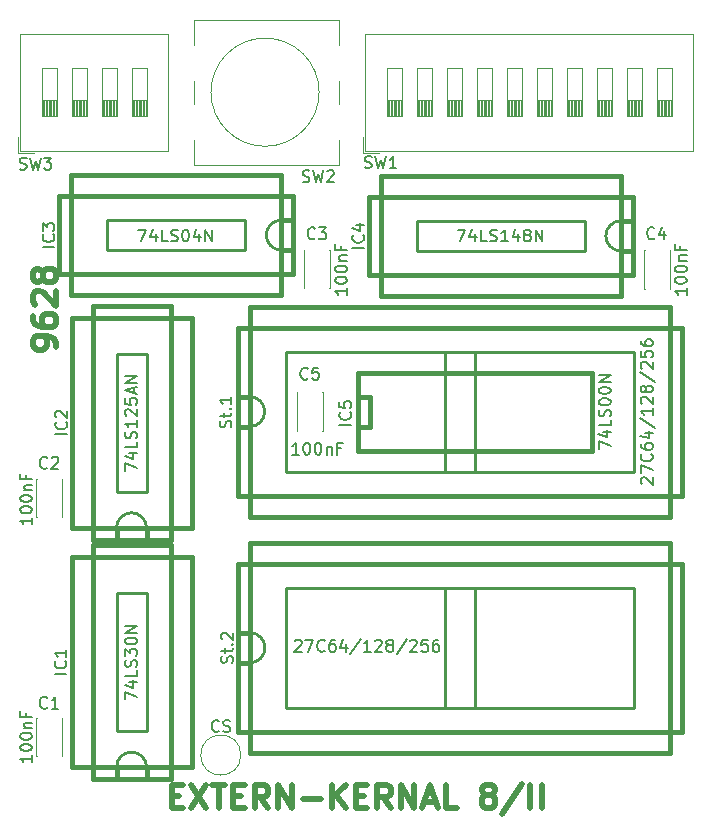
<source format=gto>
G04 #@! TF.GenerationSoftware,KiCad,Pcbnew,(5.0.0-3-g5ebb6b6)*
G04 #@! TF.CreationDate,2019-03-28T16:48:28+01:00*
G04 #@! TF.ProjectId,REX 9628 Extern-Kernel II-8,52455820393632382045787465726E2D,1.01*
G04 #@! TF.SameCoordinates,Original*
G04 #@! TF.FileFunction,Legend,Top*
G04 #@! TF.FilePolarity,Positive*
%FSLAX46Y46*%
G04 Gerber Fmt 4.6, Leading zero omitted, Abs format (unit mm)*
G04 Created by KiCad (PCBNEW (5.0.0-3-g5ebb6b6)) date Thursday, 28. March 2019 um 16:48:28*
%MOMM*%
%LPD*%
G01*
G04 APERTURE LIST*
%ADD10C,0.500000*%
%ADD11C,0.120000*%
%ADD12C,0.381000*%
%ADD13C,0.254000*%
%ADD14C,0.150000*%
G04 APERTURE END LIST*
D10*
X131653333Y-118729142D02*
X132320000Y-118729142D01*
X132605714Y-119776761D02*
X131653333Y-119776761D01*
X131653333Y-117776761D01*
X132605714Y-117776761D01*
X133272380Y-117776761D02*
X134605714Y-119776761D01*
X134605714Y-117776761D02*
X133272380Y-119776761D01*
X135081904Y-117776761D02*
X136224761Y-117776761D01*
X135653333Y-119776761D02*
X135653333Y-117776761D01*
X136891428Y-118729142D02*
X137558095Y-118729142D01*
X137843809Y-119776761D02*
X136891428Y-119776761D01*
X136891428Y-117776761D01*
X137843809Y-117776761D01*
X139843809Y-119776761D02*
X139177142Y-118824380D01*
X138700952Y-119776761D02*
X138700952Y-117776761D01*
X139462857Y-117776761D01*
X139653333Y-117872000D01*
X139748571Y-117967238D01*
X139843809Y-118157714D01*
X139843809Y-118443428D01*
X139748571Y-118633904D01*
X139653333Y-118729142D01*
X139462857Y-118824380D01*
X138700952Y-118824380D01*
X140700952Y-119776761D02*
X140700952Y-117776761D01*
X141843809Y-119776761D01*
X141843809Y-117776761D01*
X142796190Y-119014857D02*
X144320000Y-119014857D01*
X145272380Y-119776761D02*
X145272380Y-117776761D01*
X146415238Y-119776761D02*
X145558095Y-118633904D01*
X146415238Y-117776761D02*
X145272380Y-118919619D01*
X147272380Y-118729142D02*
X147939047Y-118729142D01*
X148224761Y-119776761D02*
X147272380Y-119776761D01*
X147272380Y-117776761D01*
X148224761Y-117776761D01*
X150224761Y-119776761D02*
X149558095Y-118824380D01*
X149081904Y-119776761D02*
X149081904Y-117776761D01*
X149843809Y-117776761D01*
X150034285Y-117872000D01*
X150129523Y-117967238D01*
X150224761Y-118157714D01*
X150224761Y-118443428D01*
X150129523Y-118633904D01*
X150034285Y-118729142D01*
X149843809Y-118824380D01*
X149081904Y-118824380D01*
X151081904Y-119776761D02*
X151081904Y-117776761D01*
X152224761Y-119776761D01*
X152224761Y-117776761D01*
X153081904Y-119205333D02*
X154034285Y-119205333D01*
X152891428Y-119776761D02*
X153558095Y-117776761D01*
X154224761Y-119776761D01*
X155843809Y-119776761D02*
X154891428Y-119776761D01*
X154891428Y-117776761D01*
X158320000Y-118633904D02*
X158129523Y-118538666D01*
X158034285Y-118443428D01*
X157939047Y-118252952D01*
X157939047Y-118157714D01*
X158034285Y-117967238D01*
X158129523Y-117872000D01*
X158320000Y-117776761D01*
X158700952Y-117776761D01*
X158891428Y-117872000D01*
X158986666Y-117967238D01*
X159081904Y-118157714D01*
X159081904Y-118252952D01*
X158986666Y-118443428D01*
X158891428Y-118538666D01*
X158700952Y-118633904D01*
X158320000Y-118633904D01*
X158129523Y-118729142D01*
X158034285Y-118824380D01*
X157939047Y-119014857D01*
X157939047Y-119395809D01*
X158034285Y-119586285D01*
X158129523Y-119681523D01*
X158320000Y-119776761D01*
X158700952Y-119776761D01*
X158891428Y-119681523D01*
X158986666Y-119586285D01*
X159081904Y-119395809D01*
X159081904Y-119014857D01*
X158986666Y-118824380D01*
X158891428Y-118729142D01*
X158700952Y-118633904D01*
X161367619Y-117681523D02*
X159653333Y-120252952D01*
X162034285Y-119776761D02*
X162034285Y-117776761D01*
X162986666Y-119776761D02*
X162986666Y-117776761D01*
X121884961Y-80733495D02*
X121884961Y-80352542D01*
X121789723Y-80162066D01*
X121694485Y-80066828D01*
X121408771Y-79876352D01*
X121027819Y-79781114D01*
X120265914Y-79781114D01*
X120075438Y-79876352D01*
X119980200Y-79971590D01*
X119884961Y-80162066D01*
X119884961Y-80543019D01*
X119980200Y-80733495D01*
X120075438Y-80828733D01*
X120265914Y-80923971D01*
X120742104Y-80923971D01*
X120932580Y-80828733D01*
X121027819Y-80733495D01*
X121123057Y-80543019D01*
X121123057Y-80162066D01*
X121027819Y-79971590D01*
X120932580Y-79876352D01*
X120742104Y-79781114D01*
X119884961Y-78066828D02*
X119884961Y-78447780D01*
X119980200Y-78638257D01*
X120075438Y-78733495D01*
X120361152Y-78923971D01*
X120742104Y-79019209D01*
X121504009Y-79019209D01*
X121694485Y-78923971D01*
X121789723Y-78828733D01*
X121884961Y-78638257D01*
X121884961Y-78257304D01*
X121789723Y-78066828D01*
X121694485Y-77971590D01*
X121504009Y-77876352D01*
X121027819Y-77876352D01*
X120837342Y-77971590D01*
X120742104Y-78066828D01*
X120646866Y-78257304D01*
X120646866Y-78638257D01*
X120742104Y-78828733D01*
X120837342Y-78923971D01*
X121027819Y-79019209D01*
X120075438Y-77114447D02*
X119980200Y-77019209D01*
X119884961Y-76828733D01*
X119884961Y-76352542D01*
X119980200Y-76162066D01*
X120075438Y-76066828D01*
X120265914Y-75971590D01*
X120456390Y-75971590D01*
X120742104Y-76066828D01*
X121884961Y-77209685D01*
X121884961Y-75971590D01*
X120742104Y-74828733D02*
X120646866Y-75019209D01*
X120551628Y-75114447D01*
X120361152Y-75209685D01*
X120265914Y-75209685D01*
X120075438Y-75114447D01*
X119980200Y-75019209D01*
X119884961Y-74828733D01*
X119884961Y-74447780D01*
X119980200Y-74257304D01*
X120075438Y-74162066D01*
X120265914Y-74066828D01*
X120361152Y-74066828D01*
X120551628Y-74162066D01*
X120646866Y-74257304D01*
X120742104Y-74447780D01*
X120742104Y-74828733D01*
X120837342Y-75019209D01*
X120932580Y-75114447D01*
X121123057Y-75209685D01*
X121504009Y-75209685D01*
X121694485Y-75114447D01*
X121789723Y-75019209D01*
X121884961Y-74828733D01*
X121884961Y-74447780D01*
X121789723Y-74257304D01*
X121694485Y-74162066D01*
X121504009Y-74066828D01*
X121123057Y-74066828D01*
X120932580Y-74162066D01*
X120837342Y-74257304D01*
X120742104Y-74447780D01*
D11*
G04 #@! TO.C,C1*
X122340000Y-112128000D02*
X122405000Y-112128000D01*
X120165000Y-112128000D02*
X120230000Y-112128000D01*
X122340000Y-115368000D02*
X122405000Y-115368000D01*
X120165000Y-115368000D02*
X120230000Y-115368000D01*
X122405000Y-115368000D02*
X122405000Y-112128000D01*
X120165000Y-115368000D02*
X120165000Y-112128000D01*
G04 #@! TO.C,C2*
X120165000Y-95112000D02*
X120165000Y-91872000D01*
X122405000Y-95112000D02*
X122405000Y-91872000D01*
X120165000Y-95112000D02*
X120230000Y-95112000D01*
X122340000Y-95112000D02*
X122405000Y-95112000D01*
X120165000Y-91872000D02*
X120230000Y-91872000D01*
X122340000Y-91872000D02*
X122405000Y-91872000D01*
G04 #@! TO.C,C3*
X145022000Y-72504500D02*
X145087000Y-72504500D01*
X142847000Y-72504500D02*
X142912000Y-72504500D01*
X145022000Y-75744500D02*
X145087000Y-75744500D01*
X142847000Y-75744500D02*
X142912000Y-75744500D01*
X145087000Y-75744500D02*
X145087000Y-72504500D01*
X142847000Y-75744500D02*
X142847000Y-72504500D01*
G04 #@! TO.C,C4*
X171651000Y-75757200D02*
X171651000Y-72517200D01*
X173891000Y-75757200D02*
X173891000Y-72517200D01*
X171651000Y-75757200D02*
X171716000Y-75757200D01*
X173826000Y-75757200D02*
X173891000Y-75757200D01*
X171651000Y-72517200D02*
X171716000Y-72517200D01*
X173826000Y-72517200D02*
X173891000Y-72517200D01*
G04 #@! TO.C,C5*
X144478000Y-84542200D02*
X144478000Y-87782200D01*
X142238000Y-84542200D02*
X142238000Y-87782200D01*
X144478000Y-84542200D02*
X144413000Y-84542200D01*
X142303000Y-84542200D02*
X142238000Y-84542200D01*
X144478000Y-87782200D02*
X144413000Y-87782200D01*
X142303000Y-87782200D02*
X142238000Y-87782200D01*
D12*
G04 #@! TO.C,IC1*
X131572000Y-117284000D02*
X124968000Y-117284000D01*
X124968000Y-97472000D02*
X131572000Y-97472000D01*
X133350000Y-116268000D02*
X123190000Y-116268000D01*
X123190000Y-98488000D02*
X133350000Y-98488000D01*
D13*
X129540000Y-101536000D02*
X127000000Y-101536000D01*
X127000000Y-113220000D02*
X129540000Y-113220000D01*
D12*
X127000000Y-116268000D02*
X127000000Y-117284000D01*
X129540000Y-116268000D02*
X129540000Y-117284000D01*
D13*
X129540000Y-116268000D02*
G75*
G03X128270000Y-114998000I-1270000J0D01*
G01*
X128270000Y-114998000D02*
G75*
G03X127000000Y-116268000I0J-1270000D01*
G01*
X127000000Y-113220000D02*
X127000000Y-101536000D01*
X129540000Y-101536000D02*
X129540000Y-113220000D01*
D12*
X124968000Y-117284000D02*
X124968000Y-97472000D01*
X131572000Y-97472000D02*
X131572000Y-117284000D01*
X133350000Y-116268000D02*
X133350000Y-98488000D01*
X123190000Y-98488000D02*
X123190000Y-116268000D01*
G04 #@! TO.C,IC2*
X123190000Y-78232000D02*
X123190000Y-96012000D01*
X133350000Y-96012000D02*
X133350000Y-78232000D01*
X131572000Y-77216000D02*
X131572000Y-97028000D01*
X124968000Y-97028000D02*
X124968000Y-77216000D01*
D13*
X129540000Y-81280000D02*
X129540000Y-92964000D01*
X127000000Y-92964000D02*
X127000000Y-81280000D01*
X128270000Y-94742000D02*
G75*
G03X127000000Y-96012000I0J-1270000D01*
G01*
X129540000Y-96012000D02*
G75*
G03X128270000Y-94742000I-1270000J0D01*
G01*
D12*
X129540000Y-96012000D02*
X129540000Y-97028000D01*
X127000000Y-96012000D02*
X127000000Y-97028000D01*
D13*
X127000000Y-92964000D02*
X129540000Y-92964000D01*
X129540000Y-81280000D02*
X127000000Y-81280000D01*
D12*
X123190000Y-78232000D02*
X133350000Y-78232000D01*
X133350000Y-96012000D02*
X123190000Y-96012000D01*
X124968000Y-77216000D02*
X131572000Y-77216000D01*
X131572000Y-97028000D02*
X124968000Y-97028000D01*
G04 #@! TO.C,IC3*
X141961000Y-67932300D02*
X141961000Y-74536300D01*
X122149000Y-74536300D02*
X122149000Y-67932300D01*
X140945000Y-66154300D02*
X140945000Y-76314300D01*
X123165000Y-76314300D02*
X123165000Y-66154300D01*
D13*
X126213000Y-69964300D02*
X126213000Y-72504300D01*
X137897000Y-72504300D02*
X137897000Y-69964300D01*
D12*
X140945000Y-72504300D02*
X141961000Y-72504300D01*
X140945000Y-69964300D02*
X141961000Y-69964300D01*
D13*
X140945000Y-69964300D02*
G75*
G03X139675000Y-71234300I0J-1270000D01*
G01*
X139675000Y-71234300D02*
G75*
G03X140945000Y-72504300I1270000J0D01*
G01*
X137897000Y-72504300D02*
X126213000Y-72504300D01*
X126213000Y-69964300D02*
X137897000Y-69964300D01*
D12*
X141961000Y-74536300D02*
X122149000Y-74536300D01*
X122149000Y-67932300D02*
X141961000Y-67932300D01*
X140945000Y-66154300D02*
X123165000Y-66154300D01*
X123165000Y-76314300D02*
X140945000Y-76314300D01*
G04 #@! TO.C,St.1*
X174854000Y-93294200D02*
X174854000Y-79070200D01*
X173838000Y-77292200D02*
X173838000Y-95072200D01*
X138278000Y-95072200D02*
X138278000Y-77292200D01*
X137262000Y-79070200D02*
X137262000Y-93294200D01*
D13*
X154788000Y-81102200D02*
X154788000Y-91262200D01*
X157328000Y-91262200D02*
X157328000Y-81102200D01*
X170790000Y-81102200D02*
X170790000Y-91262200D01*
X141326000Y-81102200D02*
X141326000Y-91262200D01*
D12*
X138278000Y-77292200D02*
X173838000Y-77292200D01*
X174854000Y-79070200D02*
X137262000Y-79070200D01*
X138278000Y-95072200D02*
X173838000Y-95072200D01*
X174854000Y-93294200D02*
X137262000Y-93294200D01*
D13*
X141326000Y-91262200D02*
X170790000Y-91262200D01*
X170790000Y-81102200D02*
X141326000Y-81102200D01*
D12*
X138278000Y-84912200D02*
X138278000Y-87452200D01*
D13*
X139548000Y-86182200D02*
G75*
G03X138278000Y-84912200I-1270000J0D01*
G01*
X138278000Y-87452200D02*
G75*
G03X139548000Y-86182200I0J1270000D01*
G01*
D12*
X138278000Y-87452200D02*
X137262000Y-87452200D01*
X138278000Y-84912200D02*
X137262000Y-84912200D01*
G04 #@! TO.C,St.2*
X138303000Y-104902000D02*
X137287000Y-104902000D01*
X138303000Y-107442000D02*
X137287000Y-107442000D01*
D13*
X138303000Y-107442000D02*
G75*
G03X139573000Y-106172000I0J1270000D01*
G01*
X139573000Y-106172000D02*
G75*
G03X138303000Y-104902000I-1270000J0D01*
G01*
D12*
X138303000Y-104902000D02*
X138303000Y-107442000D01*
D13*
X170815000Y-101092000D02*
X141351000Y-101092000D01*
X141351000Y-111252000D02*
X170815000Y-111252000D01*
D12*
X174879000Y-113284000D02*
X137287000Y-113284000D01*
X138303000Y-115062000D02*
X173863000Y-115062000D01*
X174879000Y-99060000D02*
X137287000Y-99060000D01*
X138303000Y-97282000D02*
X173863000Y-97282000D01*
D13*
X141351000Y-101092000D02*
X141351000Y-111252000D01*
X170815000Y-101092000D02*
X170815000Y-111252000D01*
X157353000Y-111252000D02*
X157353000Y-101092000D01*
X154813000Y-101092000D02*
X154813000Y-111252000D01*
D12*
X137287000Y-99060000D02*
X137287000Y-113284000D01*
X138303000Y-115062000D02*
X138303000Y-97282000D01*
X173863000Y-97282000D02*
X173863000Y-115062000D01*
X174879000Y-113284000D02*
X174879000Y-99060000D01*
D11*
G04 #@! TO.C,SW1*
X148075000Y-64081200D02*
X148075000Y-54181200D01*
X175775000Y-64081200D02*
X175775000Y-54181200D01*
X148075000Y-64081200D02*
X175775000Y-64081200D01*
X148075000Y-54181200D02*
X175775000Y-54181200D01*
X147835000Y-64321200D02*
X147835000Y-62937200D01*
X147835000Y-64321200D02*
X149218000Y-64321200D01*
X149860000Y-61161200D02*
X151130000Y-61161200D01*
X151130000Y-61161200D02*
X151130000Y-57101200D01*
X151130000Y-57101200D02*
X149860000Y-57101200D01*
X149860000Y-57101200D02*
X149860000Y-61161200D01*
X149980000Y-61161200D02*
X149980000Y-59807867D01*
X150100000Y-61161200D02*
X150100000Y-59807867D01*
X150220000Y-61161200D02*
X150220000Y-59807867D01*
X150340000Y-61161200D02*
X150340000Y-59807867D01*
X150460000Y-61161200D02*
X150460000Y-59807867D01*
X150580000Y-61161200D02*
X150580000Y-59807867D01*
X150700000Y-61161200D02*
X150700000Y-59807867D01*
X150820000Y-61161200D02*
X150820000Y-59807867D01*
X150940000Y-61161200D02*
X150940000Y-59807867D01*
X151060000Y-61161200D02*
X151060000Y-59807867D01*
X149860000Y-59807867D02*
X151130000Y-59807867D01*
X152400000Y-61161200D02*
X153670000Y-61161200D01*
X153670000Y-61161200D02*
X153670000Y-57101200D01*
X153670000Y-57101200D02*
X152400000Y-57101200D01*
X152400000Y-57101200D02*
X152400000Y-61161200D01*
X152520000Y-61161200D02*
X152520000Y-59807867D01*
X152640000Y-61161200D02*
X152640000Y-59807867D01*
X152760000Y-61161200D02*
X152760000Y-59807867D01*
X152880000Y-61161200D02*
X152880000Y-59807867D01*
X153000000Y-61161200D02*
X153000000Y-59807867D01*
X153120000Y-61161200D02*
X153120000Y-59807867D01*
X153240000Y-61161200D02*
X153240000Y-59807867D01*
X153360000Y-61161200D02*
X153360000Y-59807867D01*
X153480000Y-61161200D02*
X153480000Y-59807867D01*
X153600000Y-61161200D02*
X153600000Y-59807867D01*
X152400000Y-59807867D02*
X153670000Y-59807867D01*
X154940000Y-61161200D02*
X156210000Y-61161200D01*
X156210000Y-61161200D02*
X156210000Y-57101200D01*
X156210000Y-57101200D02*
X154940000Y-57101200D01*
X154940000Y-57101200D02*
X154940000Y-61161200D01*
X155060000Y-61161200D02*
X155060000Y-59807867D01*
X155180000Y-61161200D02*
X155180000Y-59807867D01*
X155300000Y-61161200D02*
X155300000Y-59807867D01*
X155420000Y-61161200D02*
X155420000Y-59807867D01*
X155540000Y-61161200D02*
X155540000Y-59807867D01*
X155660000Y-61161200D02*
X155660000Y-59807867D01*
X155780000Y-61161200D02*
X155780000Y-59807867D01*
X155900000Y-61161200D02*
X155900000Y-59807867D01*
X156020000Y-61161200D02*
X156020000Y-59807867D01*
X156140000Y-61161200D02*
X156140000Y-59807867D01*
X154940000Y-59807867D02*
X156210000Y-59807867D01*
X157480000Y-61161200D02*
X158750000Y-61161200D01*
X158750000Y-61161200D02*
X158750000Y-57101200D01*
X158750000Y-57101200D02*
X157480000Y-57101200D01*
X157480000Y-57101200D02*
X157480000Y-61161200D01*
X157600000Y-61161200D02*
X157600000Y-59807867D01*
X157720000Y-61161200D02*
X157720000Y-59807867D01*
X157840000Y-61161200D02*
X157840000Y-59807867D01*
X157960000Y-61161200D02*
X157960000Y-59807867D01*
X158080000Y-61161200D02*
X158080000Y-59807867D01*
X158200000Y-61161200D02*
X158200000Y-59807867D01*
X158320000Y-61161200D02*
X158320000Y-59807867D01*
X158440000Y-61161200D02*
X158440000Y-59807867D01*
X158560000Y-61161200D02*
X158560000Y-59807867D01*
X158680000Y-61161200D02*
X158680000Y-59807867D01*
X157480000Y-59807867D02*
X158750000Y-59807867D01*
X160020000Y-61161200D02*
X161290000Y-61161200D01*
X161290000Y-61161200D02*
X161290000Y-57101200D01*
X161290000Y-57101200D02*
X160020000Y-57101200D01*
X160020000Y-57101200D02*
X160020000Y-61161200D01*
X160140000Y-61161200D02*
X160140000Y-59807867D01*
X160260000Y-61161200D02*
X160260000Y-59807867D01*
X160380000Y-61161200D02*
X160380000Y-59807867D01*
X160500000Y-61161200D02*
X160500000Y-59807867D01*
X160620000Y-61161200D02*
X160620000Y-59807867D01*
X160740000Y-61161200D02*
X160740000Y-59807867D01*
X160860000Y-61161200D02*
X160860000Y-59807867D01*
X160980000Y-61161200D02*
X160980000Y-59807867D01*
X161100000Y-61161200D02*
X161100000Y-59807867D01*
X161220000Y-61161200D02*
X161220000Y-59807867D01*
X160020000Y-59807867D02*
X161290000Y-59807867D01*
X162560000Y-61161200D02*
X163830000Y-61161200D01*
X163830000Y-61161200D02*
X163830000Y-57101200D01*
X163830000Y-57101200D02*
X162560000Y-57101200D01*
X162560000Y-57101200D02*
X162560000Y-61161200D01*
X162680000Y-61161200D02*
X162680000Y-59807867D01*
X162800000Y-61161200D02*
X162800000Y-59807867D01*
X162920000Y-61161200D02*
X162920000Y-59807867D01*
X163040000Y-61161200D02*
X163040000Y-59807867D01*
X163160000Y-61161200D02*
X163160000Y-59807867D01*
X163280000Y-61161200D02*
X163280000Y-59807867D01*
X163400000Y-61161200D02*
X163400000Y-59807867D01*
X163520000Y-61161200D02*
X163520000Y-59807867D01*
X163640000Y-61161200D02*
X163640000Y-59807867D01*
X163760000Y-61161200D02*
X163760000Y-59807867D01*
X162560000Y-59807867D02*
X163830000Y-59807867D01*
X165100000Y-61161200D02*
X166370000Y-61161200D01*
X166370000Y-61161200D02*
X166370000Y-57101200D01*
X166370000Y-57101200D02*
X165100000Y-57101200D01*
X165100000Y-57101200D02*
X165100000Y-61161200D01*
X165220000Y-61161200D02*
X165220000Y-59807867D01*
X165340000Y-61161200D02*
X165340000Y-59807867D01*
X165460000Y-61161200D02*
X165460000Y-59807867D01*
X165580000Y-61161200D02*
X165580000Y-59807867D01*
X165700000Y-61161200D02*
X165700000Y-59807867D01*
X165820000Y-61161200D02*
X165820000Y-59807867D01*
X165940000Y-61161200D02*
X165940000Y-59807867D01*
X166060000Y-61161200D02*
X166060000Y-59807867D01*
X166180000Y-61161200D02*
X166180000Y-59807867D01*
X166300000Y-61161200D02*
X166300000Y-59807867D01*
X165100000Y-59807867D02*
X166370000Y-59807867D01*
X167640000Y-61161200D02*
X168910000Y-61161200D01*
X168910000Y-61161200D02*
X168910000Y-57101200D01*
X168910000Y-57101200D02*
X167640000Y-57101200D01*
X167640000Y-57101200D02*
X167640000Y-61161200D01*
X167760000Y-61161200D02*
X167760000Y-59807867D01*
X167880000Y-61161200D02*
X167880000Y-59807867D01*
X168000000Y-61161200D02*
X168000000Y-59807867D01*
X168120000Y-61161200D02*
X168120000Y-59807867D01*
X168240000Y-61161200D02*
X168240000Y-59807867D01*
X168360000Y-61161200D02*
X168360000Y-59807867D01*
X168480000Y-61161200D02*
X168480000Y-59807867D01*
X168600000Y-61161200D02*
X168600000Y-59807867D01*
X168720000Y-61161200D02*
X168720000Y-59807867D01*
X168840000Y-61161200D02*
X168840000Y-59807867D01*
X167640000Y-59807867D02*
X168910000Y-59807867D01*
X170180000Y-61161200D02*
X171450000Y-61161200D01*
X171450000Y-61161200D02*
X171450000Y-57101200D01*
X171450000Y-57101200D02*
X170180000Y-57101200D01*
X170180000Y-57101200D02*
X170180000Y-61161200D01*
X170300000Y-61161200D02*
X170300000Y-59807867D01*
X170420000Y-61161200D02*
X170420000Y-59807867D01*
X170540000Y-61161200D02*
X170540000Y-59807867D01*
X170660000Y-61161200D02*
X170660000Y-59807867D01*
X170780000Y-61161200D02*
X170780000Y-59807867D01*
X170900000Y-61161200D02*
X170900000Y-59807867D01*
X171020000Y-61161200D02*
X171020000Y-59807867D01*
X171140000Y-61161200D02*
X171140000Y-59807867D01*
X171260000Y-61161200D02*
X171260000Y-59807867D01*
X171380000Y-61161200D02*
X171380000Y-59807867D01*
X170180000Y-59807867D02*
X171450000Y-59807867D01*
X172720000Y-61161200D02*
X173990000Y-61161200D01*
X173990000Y-61161200D02*
X173990000Y-57101200D01*
X173990000Y-57101200D02*
X172720000Y-57101200D01*
X172720000Y-57101200D02*
X172720000Y-61161200D01*
X172840000Y-61161200D02*
X172840000Y-59807867D01*
X172960000Y-61161200D02*
X172960000Y-59807867D01*
X173080000Y-61161200D02*
X173080000Y-59807867D01*
X173200000Y-61161200D02*
X173200000Y-59807867D01*
X173320000Y-61161200D02*
X173320000Y-59807867D01*
X173440000Y-61161200D02*
X173440000Y-59807867D01*
X173560000Y-61161200D02*
X173560000Y-59807867D01*
X173680000Y-61161200D02*
X173680000Y-59807867D01*
X173800000Y-61161200D02*
X173800000Y-59807867D01*
X173920000Y-61161200D02*
X173920000Y-59807867D01*
X172720000Y-59807867D02*
X173990000Y-59807867D01*
G04 #@! TO.C,SW3*
X118865000Y-64081200D02*
X118865000Y-54181200D01*
X131325000Y-64081200D02*
X131325000Y-54181200D01*
X118865000Y-64081200D02*
X131325000Y-64081200D01*
X118865000Y-54181200D02*
X131325000Y-54181200D01*
X118625000Y-64321200D02*
X118625000Y-62937200D01*
X118625000Y-64321200D02*
X120008000Y-64321200D01*
X120650000Y-61161200D02*
X121920000Y-61161200D01*
X121920000Y-61161200D02*
X121920000Y-57101200D01*
X121920000Y-57101200D02*
X120650000Y-57101200D01*
X120650000Y-57101200D02*
X120650000Y-61161200D01*
X120770000Y-61161200D02*
X120770000Y-59807867D01*
X120890000Y-61161200D02*
X120890000Y-59807867D01*
X121010000Y-61161200D02*
X121010000Y-59807867D01*
X121130000Y-61161200D02*
X121130000Y-59807867D01*
X121250000Y-61161200D02*
X121250000Y-59807867D01*
X121370000Y-61161200D02*
X121370000Y-59807867D01*
X121490000Y-61161200D02*
X121490000Y-59807867D01*
X121610000Y-61161200D02*
X121610000Y-59807867D01*
X121730000Y-61161200D02*
X121730000Y-59807867D01*
X121850000Y-61161200D02*
X121850000Y-59807867D01*
X120650000Y-59807867D02*
X121920000Y-59807867D01*
X123190000Y-61161200D02*
X124460000Y-61161200D01*
X124460000Y-61161200D02*
X124460000Y-57101200D01*
X124460000Y-57101200D02*
X123190000Y-57101200D01*
X123190000Y-57101200D02*
X123190000Y-61161200D01*
X123310000Y-61161200D02*
X123310000Y-59807867D01*
X123430000Y-61161200D02*
X123430000Y-59807867D01*
X123550000Y-61161200D02*
X123550000Y-59807867D01*
X123670000Y-61161200D02*
X123670000Y-59807867D01*
X123790000Y-61161200D02*
X123790000Y-59807867D01*
X123910000Y-61161200D02*
X123910000Y-59807867D01*
X124030000Y-61161200D02*
X124030000Y-59807867D01*
X124150000Y-61161200D02*
X124150000Y-59807867D01*
X124270000Y-61161200D02*
X124270000Y-59807867D01*
X124390000Y-61161200D02*
X124390000Y-59807867D01*
X123190000Y-59807867D02*
X124460000Y-59807867D01*
X125730000Y-61161200D02*
X127000000Y-61161200D01*
X127000000Y-61161200D02*
X127000000Y-57101200D01*
X127000000Y-57101200D02*
X125730000Y-57101200D01*
X125730000Y-57101200D02*
X125730000Y-61161200D01*
X125850000Y-61161200D02*
X125850000Y-59807867D01*
X125970000Y-61161200D02*
X125970000Y-59807867D01*
X126090000Y-61161200D02*
X126090000Y-59807867D01*
X126210000Y-61161200D02*
X126210000Y-59807867D01*
X126330000Y-61161200D02*
X126330000Y-59807867D01*
X126450000Y-61161200D02*
X126450000Y-59807867D01*
X126570000Y-61161200D02*
X126570000Y-59807867D01*
X126690000Y-61161200D02*
X126690000Y-59807867D01*
X126810000Y-61161200D02*
X126810000Y-59807867D01*
X126930000Y-61161200D02*
X126930000Y-59807867D01*
X125730000Y-59807867D02*
X127000000Y-59807867D01*
X128270000Y-61161200D02*
X129540000Y-61161200D01*
X129540000Y-61161200D02*
X129540000Y-57101200D01*
X129540000Y-57101200D02*
X128270000Y-57101200D01*
X128270000Y-57101200D02*
X128270000Y-61161200D01*
X128390000Y-61161200D02*
X128390000Y-59807867D01*
X128510000Y-61161200D02*
X128510000Y-59807867D01*
X128630000Y-61161200D02*
X128630000Y-59807867D01*
X128750000Y-61161200D02*
X128750000Y-59807867D01*
X128870000Y-61161200D02*
X128870000Y-59807867D01*
X128990000Y-61161200D02*
X128990000Y-59807867D01*
X129110000Y-61161200D02*
X129110000Y-59807867D01*
X129230000Y-61161200D02*
X129230000Y-59807867D01*
X129350000Y-61161200D02*
X129350000Y-59807867D01*
X129470000Y-61161200D02*
X129470000Y-59807867D01*
X128270000Y-59807867D02*
X129540000Y-59807867D01*
G04 #@! TO.C,TP1*
X137526000Y-115252000D02*
G75*
G03X137526000Y-115252000I-1700000J0D01*
G01*
D13*
G04 #@! TO.C,IC4*
X152425000Y-70027800D02*
X166649000Y-70027800D01*
X166649000Y-72567800D02*
X152425000Y-72567800D01*
D12*
X149377000Y-76377800D02*
X169697000Y-76377800D01*
X169697000Y-66217800D02*
X149377000Y-66217800D01*
X148361000Y-67995800D02*
X170713000Y-67995800D01*
X170713000Y-74599800D02*
X148361000Y-74599800D01*
D13*
X168427000Y-71297800D02*
G75*
G03X169697000Y-72567800I1270000J0D01*
G01*
X169697000Y-70027800D02*
G75*
G03X168427000Y-71297800I0J-1270000D01*
G01*
D12*
X169697000Y-70027800D02*
X170713000Y-70027800D01*
X169697000Y-72567800D02*
X170713000Y-72567800D01*
D13*
X166649000Y-72567800D02*
X166649000Y-70027800D01*
X152425000Y-70027800D02*
X152425000Y-72567800D01*
D12*
X149377000Y-76377800D02*
X149377000Y-66217800D01*
X169697000Y-66217800D02*
X169697000Y-76377800D01*
X148361000Y-74599800D02*
X148361000Y-67995800D01*
X170713000Y-67995800D02*
X170713000Y-74599800D01*
G04 #@! TO.C,IC5*
X148438000Y-84912200D02*
X148438000Y-87452200D01*
X167234000Y-89484200D02*
X147422000Y-89484200D01*
X147422000Y-82880200D02*
X167234000Y-82880200D01*
X148438000Y-87452200D02*
X147422000Y-87452200D01*
X148438000Y-84912200D02*
X147422000Y-84912200D01*
X167234000Y-82880200D02*
X167234000Y-89484200D01*
X147422000Y-89484200D02*
X147422000Y-82880200D01*
D11*
G04 #@! TO.C,SW2*
X144152050Y-59131200D02*
G75*
G03X144152050Y-59131200I-4579050J0D01*
G01*
X145823000Y-63201200D02*
X145823000Y-65321200D01*
X145823000Y-65321200D02*
X133523000Y-65321200D01*
X133523000Y-65321200D02*
X133523000Y-63201200D01*
X133523000Y-60141200D02*
X133523000Y-58201200D01*
X133523000Y-55141200D02*
X133523000Y-53021200D01*
X133523000Y-53021200D02*
X145823000Y-53021200D01*
X145823000Y-53021200D02*
X145823000Y-55141200D01*
X145823000Y-58201200D02*
X145823000Y-60141200D01*
G04 #@! TO.C,C1*
D14*
X121118333Y-111227642D02*
X121070714Y-111275261D01*
X120927857Y-111322880D01*
X120832619Y-111322880D01*
X120689761Y-111275261D01*
X120594523Y-111180023D01*
X120546904Y-111084785D01*
X120499285Y-110894309D01*
X120499285Y-110751452D01*
X120546904Y-110560976D01*
X120594523Y-110465738D01*
X120689761Y-110370500D01*
X120832619Y-110322880D01*
X120927857Y-110322880D01*
X121070714Y-110370500D01*
X121118333Y-110418119D01*
X122070714Y-111322880D02*
X121499285Y-111322880D01*
X121785000Y-111322880D02*
X121785000Y-110322880D01*
X121689761Y-110465738D01*
X121594523Y-110560976D01*
X121499285Y-110608595D01*
X119832380Y-115275619D02*
X119832380Y-115847047D01*
X119832380Y-115561333D02*
X118832380Y-115561333D01*
X118975238Y-115656571D01*
X119070476Y-115751809D01*
X119118095Y-115847047D01*
X118832380Y-114656571D02*
X118832380Y-114561333D01*
X118880000Y-114466095D01*
X118927619Y-114418476D01*
X119022857Y-114370857D01*
X119213333Y-114323238D01*
X119451428Y-114323238D01*
X119641904Y-114370857D01*
X119737142Y-114418476D01*
X119784761Y-114466095D01*
X119832380Y-114561333D01*
X119832380Y-114656571D01*
X119784761Y-114751809D01*
X119737142Y-114799428D01*
X119641904Y-114847047D01*
X119451428Y-114894666D01*
X119213333Y-114894666D01*
X119022857Y-114847047D01*
X118927619Y-114799428D01*
X118880000Y-114751809D01*
X118832380Y-114656571D01*
X118832380Y-113704190D02*
X118832380Y-113608952D01*
X118880000Y-113513714D01*
X118927619Y-113466095D01*
X119022857Y-113418476D01*
X119213333Y-113370857D01*
X119451428Y-113370857D01*
X119641904Y-113418476D01*
X119737142Y-113466095D01*
X119784761Y-113513714D01*
X119832380Y-113608952D01*
X119832380Y-113704190D01*
X119784761Y-113799428D01*
X119737142Y-113847047D01*
X119641904Y-113894666D01*
X119451428Y-113942285D01*
X119213333Y-113942285D01*
X119022857Y-113894666D01*
X118927619Y-113847047D01*
X118880000Y-113799428D01*
X118832380Y-113704190D01*
X119165714Y-112942285D02*
X119832380Y-112942285D01*
X119260952Y-112942285D02*
X119213333Y-112894666D01*
X119165714Y-112799428D01*
X119165714Y-112656571D01*
X119213333Y-112561333D01*
X119308571Y-112513714D01*
X119832380Y-112513714D01*
X119308571Y-111704190D02*
X119308571Y-112037523D01*
X119832380Y-112037523D02*
X118832380Y-112037523D01*
X118832380Y-111561333D01*
G04 #@! TO.C,C2*
X121118333Y-90908142D02*
X121070714Y-90955761D01*
X120927857Y-91003380D01*
X120832619Y-91003380D01*
X120689761Y-90955761D01*
X120594523Y-90860523D01*
X120546904Y-90765285D01*
X120499285Y-90574809D01*
X120499285Y-90431952D01*
X120546904Y-90241476D01*
X120594523Y-90146238D01*
X120689761Y-90051000D01*
X120832619Y-90003380D01*
X120927857Y-90003380D01*
X121070714Y-90051000D01*
X121118333Y-90098619D01*
X121499285Y-90098619D02*
X121546904Y-90051000D01*
X121642142Y-90003380D01*
X121880238Y-90003380D01*
X121975476Y-90051000D01*
X122023095Y-90098619D01*
X122070714Y-90193857D01*
X122070714Y-90289095D01*
X122023095Y-90431952D01*
X121451666Y-91003380D01*
X122070714Y-91003380D01*
X119832380Y-95146619D02*
X119832380Y-95718047D01*
X119832380Y-95432333D02*
X118832380Y-95432333D01*
X118975238Y-95527571D01*
X119070476Y-95622809D01*
X119118095Y-95718047D01*
X118832380Y-94527571D02*
X118832380Y-94432333D01*
X118880000Y-94337095D01*
X118927619Y-94289476D01*
X119022857Y-94241857D01*
X119213333Y-94194238D01*
X119451428Y-94194238D01*
X119641904Y-94241857D01*
X119737142Y-94289476D01*
X119784761Y-94337095D01*
X119832380Y-94432333D01*
X119832380Y-94527571D01*
X119784761Y-94622809D01*
X119737142Y-94670428D01*
X119641904Y-94718047D01*
X119451428Y-94765666D01*
X119213333Y-94765666D01*
X119022857Y-94718047D01*
X118927619Y-94670428D01*
X118880000Y-94622809D01*
X118832380Y-94527571D01*
X118832380Y-93575190D02*
X118832380Y-93479952D01*
X118880000Y-93384714D01*
X118927619Y-93337095D01*
X119022857Y-93289476D01*
X119213333Y-93241857D01*
X119451428Y-93241857D01*
X119641904Y-93289476D01*
X119737142Y-93337095D01*
X119784761Y-93384714D01*
X119832380Y-93479952D01*
X119832380Y-93575190D01*
X119784761Y-93670428D01*
X119737142Y-93718047D01*
X119641904Y-93765666D01*
X119451428Y-93813285D01*
X119213333Y-93813285D01*
X119022857Y-93765666D01*
X118927619Y-93718047D01*
X118880000Y-93670428D01*
X118832380Y-93575190D01*
X119165714Y-92813285D02*
X119832380Y-92813285D01*
X119260952Y-92813285D02*
X119213333Y-92765666D01*
X119165714Y-92670428D01*
X119165714Y-92527571D01*
X119213333Y-92432333D01*
X119308571Y-92384714D01*
X119832380Y-92384714D01*
X119308571Y-91575190D02*
X119308571Y-91908523D01*
X119832380Y-91908523D02*
X118832380Y-91908523D01*
X118832380Y-91432333D01*
G04 #@! TO.C,C3*
X143800333Y-71489842D02*
X143752714Y-71537461D01*
X143609857Y-71585080D01*
X143514619Y-71585080D01*
X143371761Y-71537461D01*
X143276523Y-71442223D01*
X143228904Y-71346985D01*
X143181285Y-71156509D01*
X143181285Y-71013652D01*
X143228904Y-70823176D01*
X143276523Y-70727938D01*
X143371761Y-70632700D01*
X143514619Y-70585080D01*
X143609857Y-70585080D01*
X143752714Y-70632700D01*
X143800333Y-70680319D01*
X144133666Y-70585080D02*
X144752714Y-70585080D01*
X144419380Y-70966033D01*
X144562238Y-70966033D01*
X144657476Y-71013652D01*
X144705095Y-71061271D01*
X144752714Y-71156509D01*
X144752714Y-71394604D01*
X144705095Y-71489842D01*
X144657476Y-71537461D01*
X144562238Y-71585080D01*
X144276523Y-71585080D01*
X144181285Y-71537461D01*
X144133666Y-71489842D01*
X146502380Y-75715619D02*
X146502380Y-76287047D01*
X146502380Y-76001333D02*
X145502380Y-76001333D01*
X145645238Y-76096571D01*
X145740476Y-76191809D01*
X145788095Y-76287047D01*
X145502380Y-75096571D02*
X145502380Y-75001333D01*
X145550000Y-74906095D01*
X145597619Y-74858476D01*
X145692857Y-74810857D01*
X145883333Y-74763238D01*
X146121428Y-74763238D01*
X146311904Y-74810857D01*
X146407142Y-74858476D01*
X146454761Y-74906095D01*
X146502380Y-75001333D01*
X146502380Y-75096571D01*
X146454761Y-75191809D01*
X146407142Y-75239428D01*
X146311904Y-75287047D01*
X146121428Y-75334666D01*
X145883333Y-75334666D01*
X145692857Y-75287047D01*
X145597619Y-75239428D01*
X145550000Y-75191809D01*
X145502380Y-75096571D01*
X145502380Y-74144190D02*
X145502380Y-74048952D01*
X145550000Y-73953714D01*
X145597619Y-73906095D01*
X145692857Y-73858476D01*
X145883333Y-73810857D01*
X146121428Y-73810857D01*
X146311904Y-73858476D01*
X146407142Y-73906095D01*
X146454761Y-73953714D01*
X146502380Y-74048952D01*
X146502380Y-74144190D01*
X146454761Y-74239428D01*
X146407142Y-74287047D01*
X146311904Y-74334666D01*
X146121428Y-74382285D01*
X145883333Y-74382285D01*
X145692857Y-74334666D01*
X145597619Y-74287047D01*
X145550000Y-74239428D01*
X145502380Y-74144190D01*
X145835714Y-73382285D02*
X146502380Y-73382285D01*
X145930952Y-73382285D02*
X145883333Y-73334666D01*
X145835714Y-73239428D01*
X145835714Y-73096571D01*
X145883333Y-73001333D01*
X145978571Y-72953714D01*
X146502380Y-72953714D01*
X145978571Y-72144190D02*
X145978571Y-72477523D01*
X146502380Y-72477523D02*
X145502380Y-72477523D01*
X145502380Y-72001333D01*
G04 #@! TO.C,C4*
X172528133Y-71477142D02*
X172480514Y-71524761D01*
X172337657Y-71572380D01*
X172242419Y-71572380D01*
X172099561Y-71524761D01*
X172004323Y-71429523D01*
X171956704Y-71334285D01*
X171909085Y-71143809D01*
X171909085Y-71000952D01*
X171956704Y-70810476D01*
X172004323Y-70715238D01*
X172099561Y-70620000D01*
X172242419Y-70572380D01*
X172337657Y-70572380D01*
X172480514Y-70620000D01*
X172528133Y-70667619D01*
X173385276Y-70905714D02*
X173385276Y-71572380D01*
X173147180Y-70524761D02*
X172909085Y-71239047D01*
X173528133Y-71239047D01*
X175267880Y-75715619D02*
X175267880Y-76287047D01*
X175267880Y-76001333D02*
X174267880Y-76001333D01*
X174410738Y-76096571D01*
X174505976Y-76191809D01*
X174553595Y-76287047D01*
X174267880Y-75096571D02*
X174267880Y-75001333D01*
X174315500Y-74906095D01*
X174363119Y-74858476D01*
X174458357Y-74810857D01*
X174648833Y-74763238D01*
X174886928Y-74763238D01*
X175077404Y-74810857D01*
X175172642Y-74858476D01*
X175220261Y-74906095D01*
X175267880Y-75001333D01*
X175267880Y-75096571D01*
X175220261Y-75191809D01*
X175172642Y-75239428D01*
X175077404Y-75287047D01*
X174886928Y-75334666D01*
X174648833Y-75334666D01*
X174458357Y-75287047D01*
X174363119Y-75239428D01*
X174315500Y-75191809D01*
X174267880Y-75096571D01*
X174267880Y-74144190D02*
X174267880Y-74048952D01*
X174315500Y-73953714D01*
X174363119Y-73906095D01*
X174458357Y-73858476D01*
X174648833Y-73810857D01*
X174886928Y-73810857D01*
X175077404Y-73858476D01*
X175172642Y-73906095D01*
X175220261Y-73953714D01*
X175267880Y-74048952D01*
X175267880Y-74144190D01*
X175220261Y-74239428D01*
X175172642Y-74287047D01*
X175077404Y-74334666D01*
X174886928Y-74382285D01*
X174648833Y-74382285D01*
X174458357Y-74334666D01*
X174363119Y-74287047D01*
X174315500Y-74239428D01*
X174267880Y-74144190D01*
X174601214Y-73382285D02*
X175267880Y-73382285D01*
X174696452Y-73382285D02*
X174648833Y-73334666D01*
X174601214Y-73239428D01*
X174601214Y-73096571D01*
X174648833Y-73001333D01*
X174744071Y-72953714D01*
X175267880Y-72953714D01*
X174744071Y-72144190D02*
X174744071Y-72477523D01*
X175267880Y-72477523D02*
X174267880Y-72477523D01*
X174267880Y-72001333D01*
G04 #@! TO.C,C5*
X143191333Y-83364342D02*
X143143714Y-83411961D01*
X143000857Y-83459580D01*
X142905619Y-83459580D01*
X142762761Y-83411961D01*
X142667523Y-83316723D01*
X142619904Y-83221485D01*
X142572285Y-83031009D01*
X142572285Y-82888152D01*
X142619904Y-82697676D01*
X142667523Y-82602438D01*
X142762761Y-82507200D01*
X142905619Y-82459580D01*
X143000857Y-82459580D01*
X143143714Y-82507200D01*
X143191333Y-82554819D01*
X144096095Y-82459580D02*
X143619904Y-82459580D01*
X143572285Y-82935771D01*
X143619904Y-82888152D01*
X143715142Y-82840533D01*
X143953238Y-82840533D01*
X144048476Y-82888152D01*
X144096095Y-82935771D01*
X144143714Y-83031009D01*
X144143714Y-83269104D01*
X144096095Y-83364342D01*
X144048476Y-83411961D01*
X143953238Y-83459580D01*
X143715142Y-83459580D01*
X143619904Y-83411961D01*
X143572285Y-83364342D01*
X142445380Y-89809580D02*
X141873952Y-89809580D01*
X142159666Y-89809580D02*
X142159666Y-88809580D01*
X142064428Y-88952438D01*
X141969190Y-89047676D01*
X141873952Y-89095295D01*
X143064428Y-88809580D02*
X143159666Y-88809580D01*
X143254904Y-88857200D01*
X143302523Y-88904819D01*
X143350142Y-89000057D01*
X143397761Y-89190533D01*
X143397761Y-89428628D01*
X143350142Y-89619104D01*
X143302523Y-89714342D01*
X143254904Y-89761961D01*
X143159666Y-89809580D01*
X143064428Y-89809580D01*
X142969190Y-89761961D01*
X142921571Y-89714342D01*
X142873952Y-89619104D01*
X142826333Y-89428628D01*
X142826333Y-89190533D01*
X142873952Y-89000057D01*
X142921571Y-88904819D01*
X142969190Y-88857200D01*
X143064428Y-88809580D01*
X144016809Y-88809580D02*
X144112047Y-88809580D01*
X144207285Y-88857200D01*
X144254904Y-88904819D01*
X144302523Y-89000057D01*
X144350142Y-89190533D01*
X144350142Y-89428628D01*
X144302523Y-89619104D01*
X144254904Y-89714342D01*
X144207285Y-89761961D01*
X144112047Y-89809580D01*
X144016809Y-89809580D01*
X143921571Y-89761961D01*
X143873952Y-89714342D01*
X143826333Y-89619104D01*
X143778714Y-89428628D01*
X143778714Y-89190533D01*
X143826333Y-89000057D01*
X143873952Y-88904819D01*
X143921571Y-88857200D01*
X144016809Y-88809580D01*
X144778714Y-89142914D02*
X144778714Y-89809580D01*
X144778714Y-89238152D02*
X144826333Y-89190533D01*
X144921571Y-89142914D01*
X145064428Y-89142914D01*
X145159666Y-89190533D01*
X145207285Y-89285771D01*
X145207285Y-89809580D01*
X146016809Y-89285771D02*
X145683476Y-89285771D01*
X145683476Y-89809580D02*
X145683476Y-88809580D01*
X146159666Y-88809580D01*
G04 #@! TO.C,IC1*
X122753380Y-108354190D02*
X121753380Y-108354190D01*
X122658142Y-107306571D02*
X122705761Y-107354190D01*
X122753380Y-107497047D01*
X122753380Y-107592285D01*
X122705761Y-107735142D01*
X122610523Y-107830380D01*
X122515285Y-107878000D01*
X122324809Y-107925619D01*
X122181952Y-107925619D01*
X121991476Y-107878000D01*
X121896238Y-107830380D01*
X121801000Y-107735142D01*
X121753380Y-107592285D01*
X121753380Y-107497047D01*
X121801000Y-107354190D01*
X121848619Y-107306571D01*
X122753380Y-106354190D02*
X122753380Y-106925619D01*
X122753380Y-106639904D02*
X121753380Y-106639904D01*
X121896238Y-106735142D01*
X121991476Y-106830380D01*
X122039095Y-106925619D01*
X127722380Y-110544666D02*
X127722380Y-109878000D01*
X128722380Y-110306571D01*
X128055714Y-109068476D02*
X128722380Y-109068476D01*
X127674761Y-109306571D02*
X128389047Y-109544666D01*
X128389047Y-108925619D01*
X128722380Y-108068476D02*
X128722380Y-108544666D01*
X127722380Y-108544666D01*
X128674761Y-107782761D02*
X128722380Y-107639904D01*
X128722380Y-107401809D01*
X128674761Y-107306571D01*
X128627142Y-107258952D01*
X128531904Y-107211333D01*
X128436666Y-107211333D01*
X128341428Y-107258952D01*
X128293809Y-107306571D01*
X128246190Y-107401809D01*
X128198571Y-107592285D01*
X128150952Y-107687523D01*
X128103333Y-107735142D01*
X128008095Y-107782761D01*
X127912857Y-107782761D01*
X127817619Y-107735142D01*
X127770000Y-107687523D01*
X127722380Y-107592285D01*
X127722380Y-107354190D01*
X127770000Y-107211333D01*
X127722380Y-106878000D02*
X127722380Y-106258952D01*
X128103333Y-106592285D01*
X128103333Y-106449428D01*
X128150952Y-106354190D01*
X128198571Y-106306571D01*
X128293809Y-106258952D01*
X128531904Y-106258952D01*
X128627142Y-106306571D01*
X128674761Y-106354190D01*
X128722380Y-106449428D01*
X128722380Y-106735142D01*
X128674761Y-106830380D01*
X128627142Y-106878000D01*
X127722380Y-105639904D02*
X127722380Y-105544666D01*
X127770000Y-105449428D01*
X127817619Y-105401809D01*
X127912857Y-105354190D01*
X128103333Y-105306571D01*
X128341428Y-105306571D01*
X128531904Y-105354190D01*
X128627142Y-105401809D01*
X128674761Y-105449428D01*
X128722380Y-105544666D01*
X128722380Y-105639904D01*
X128674761Y-105735142D01*
X128627142Y-105782761D01*
X128531904Y-105830380D01*
X128341428Y-105878000D01*
X128103333Y-105878000D01*
X127912857Y-105830380D01*
X127817619Y-105782761D01*
X127770000Y-105735142D01*
X127722380Y-105639904D01*
X128722380Y-104878000D02*
X127722380Y-104878000D01*
X128722380Y-104306571D01*
X127722380Y-104306571D01*
G04 #@! TO.C,IC2*
X122816880Y-88098190D02*
X121816880Y-88098190D01*
X122721642Y-87050571D02*
X122769261Y-87098190D01*
X122816880Y-87241047D01*
X122816880Y-87336285D01*
X122769261Y-87479142D01*
X122674023Y-87574380D01*
X122578785Y-87622000D01*
X122388309Y-87669619D01*
X122245452Y-87669619D01*
X122054976Y-87622000D01*
X121959738Y-87574380D01*
X121864500Y-87479142D01*
X121816880Y-87336285D01*
X121816880Y-87241047D01*
X121864500Y-87098190D01*
X121912119Y-87050571D01*
X121912119Y-86669619D02*
X121864500Y-86622000D01*
X121816880Y-86526761D01*
X121816880Y-86288666D01*
X121864500Y-86193428D01*
X121912119Y-86145809D01*
X122007357Y-86098190D01*
X122102595Y-86098190D01*
X122245452Y-86145809D01*
X122816880Y-86717238D01*
X122816880Y-86098190D01*
X127722380Y-91193428D02*
X127722380Y-90526761D01*
X128722380Y-90955333D01*
X128055714Y-89717238D02*
X128722380Y-89717238D01*
X127674761Y-89955333D02*
X128389047Y-90193428D01*
X128389047Y-89574380D01*
X128722380Y-88717238D02*
X128722380Y-89193428D01*
X127722380Y-89193428D01*
X128674761Y-88431523D02*
X128722380Y-88288666D01*
X128722380Y-88050571D01*
X128674761Y-87955333D01*
X128627142Y-87907714D01*
X128531904Y-87860095D01*
X128436666Y-87860095D01*
X128341428Y-87907714D01*
X128293809Y-87955333D01*
X128246190Y-88050571D01*
X128198571Y-88241047D01*
X128150952Y-88336285D01*
X128103333Y-88383904D01*
X128008095Y-88431523D01*
X127912857Y-88431523D01*
X127817619Y-88383904D01*
X127770000Y-88336285D01*
X127722380Y-88241047D01*
X127722380Y-88002952D01*
X127770000Y-87860095D01*
X128722380Y-86907714D02*
X128722380Y-87479142D01*
X128722380Y-87193428D02*
X127722380Y-87193428D01*
X127865238Y-87288666D01*
X127960476Y-87383904D01*
X128008095Y-87479142D01*
X127817619Y-86526761D02*
X127770000Y-86479142D01*
X127722380Y-86383904D01*
X127722380Y-86145809D01*
X127770000Y-86050571D01*
X127817619Y-86002952D01*
X127912857Y-85955333D01*
X128008095Y-85955333D01*
X128150952Y-86002952D01*
X128722380Y-86574380D01*
X128722380Y-85955333D01*
X127722380Y-85050571D02*
X127722380Y-85526761D01*
X128198571Y-85574380D01*
X128150952Y-85526761D01*
X128103333Y-85431523D01*
X128103333Y-85193428D01*
X128150952Y-85098190D01*
X128198571Y-85050571D01*
X128293809Y-85002952D01*
X128531904Y-85002952D01*
X128627142Y-85050571D01*
X128674761Y-85098190D01*
X128722380Y-85193428D01*
X128722380Y-85431523D01*
X128674761Y-85526761D01*
X128627142Y-85574380D01*
X128436666Y-84622000D02*
X128436666Y-84145809D01*
X128722380Y-84717238D02*
X127722380Y-84383904D01*
X128722380Y-84050571D01*
X128722380Y-83717238D02*
X127722380Y-83717238D01*
X128722380Y-83145809D01*
X127722380Y-83145809D01*
G04 #@! TO.C,IC3*
X121737380Y-72223190D02*
X120737380Y-72223190D01*
X121642142Y-71175571D02*
X121689761Y-71223190D01*
X121737380Y-71366047D01*
X121737380Y-71461285D01*
X121689761Y-71604142D01*
X121594523Y-71699380D01*
X121499285Y-71747000D01*
X121308809Y-71794619D01*
X121165952Y-71794619D01*
X120975476Y-71747000D01*
X120880238Y-71699380D01*
X120785000Y-71604142D01*
X120737380Y-71461285D01*
X120737380Y-71366047D01*
X120785000Y-71223190D01*
X120832619Y-71175571D01*
X120737380Y-70842238D02*
X120737380Y-70223190D01*
X121118333Y-70556523D01*
X121118333Y-70413666D01*
X121165952Y-70318428D01*
X121213571Y-70270809D01*
X121308809Y-70223190D01*
X121546904Y-70223190D01*
X121642142Y-70270809D01*
X121689761Y-70318428D01*
X121737380Y-70413666D01*
X121737380Y-70699380D01*
X121689761Y-70794619D01*
X121642142Y-70842238D01*
X128849833Y-70762880D02*
X129516500Y-70762880D01*
X129087928Y-71762880D01*
X130326023Y-71096214D02*
X130326023Y-71762880D01*
X130087928Y-70715261D02*
X129849833Y-71429547D01*
X130468880Y-71429547D01*
X131326023Y-71762880D02*
X130849833Y-71762880D01*
X130849833Y-70762880D01*
X131611738Y-71715261D02*
X131754595Y-71762880D01*
X131992690Y-71762880D01*
X132087928Y-71715261D01*
X132135547Y-71667642D01*
X132183166Y-71572404D01*
X132183166Y-71477166D01*
X132135547Y-71381928D01*
X132087928Y-71334309D01*
X131992690Y-71286690D01*
X131802214Y-71239071D01*
X131706976Y-71191452D01*
X131659357Y-71143833D01*
X131611738Y-71048595D01*
X131611738Y-70953357D01*
X131659357Y-70858119D01*
X131706976Y-70810500D01*
X131802214Y-70762880D01*
X132040309Y-70762880D01*
X132183166Y-70810500D01*
X132802214Y-70762880D02*
X132897452Y-70762880D01*
X132992690Y-70810500D01*
X133040309Y-70858119D01*
X133087928Y-70953357D01*
X133135547Y-71143833D01*
X133135547Y-71381928D01*
X133087928Y-71572404D01*
X133040309Y-71667642D01*
X132992690Y-71715261D01*
X132897452Y-71762880D01*
X132802214Y-71762880D01*
X132706976Y-71715261D01*
X132659357Y-71667642D01*
X132611738Y-71572404D01*
X132564119Y-71381928D01*
X132564119Y-71143833D01*
X132611738Y-70953357D01*
X132659357Y-70858119D01*
X132706976Y-70810500D01*
X132802214Y-70762880D01*
X133992690Y-71096214D02*
X133992690Y-71762880D01*
X133754595Y-70715261D02*
X133516500Y-71429547D01*
X134135547Y-71429547D01*
X134516500Y-71762880D02*
X134516500Y-70762880D01*
X135087928Y-71762880D01*
X135087928Y-70762880D01*
G04 #@! TO.C,St.1*
X136675761Y-87518714D02*
X136723380Y-87375857D01*
X136723380Y-87137761D01*
X136675761Y-87042523D01*
X136628142Y-86994904D01*
X136532904Y-86947285D01*
X136437666Y-86947285D01*
X136342428Y-86994904D01*
X136294809Y-87042523D01*
X136247190Y-87137761D01*
X136199571Y-87328238D01*
X136151952Y-87423476D01*
X136104333Y-87471095D01*
X136009095Y-87518714D01*
X135913857Y-87518714D01*
X135818619Y-87471095D01*
X135771000Y-87423476D01*
X135723380Y-87328238D01*
X135723380Y-87090142D01*
X135771000Y-86947285D01*
X136056714Y-86661571D02*
X136056714Y-86280619D01*
X135723380Y-86518714D02*
X136580523Y-86518714D01*
X136675761Y-86471095D01*
X136723380Y-86375857D01*
X136723380Y-86280619D01*
X136628142Y-85947285D02*
X136675761Y-85899666D01*
X136723380Y-85947285D01*
X136675761Y-85994904D01*
X136628142Y-85947285D01*
X136723380Y-85947285D01*
X136723380Y-84947285D02*
X136723380Y-85518714D01*
X136723380Y-85233000D02*
X135723380Y-85233000D01*
X135866238Y-85328238D01*
X135961476Y-85423476D01*
X136009095Y-85518714D01*
X171480619Y-92301247D02*
X171433000Y-92253628D01*
X171385380Y-92158390D01*
X171385380Y-91920295D01*
X171433000Y-91825057D01*
X171480619Y-91777438D01*
X171575857Y-91729819D01*
X171671095Y-91729819D01*
X171813952Y-91777438D01*
X172385380Y-92348866D01*
X172385380Y-91729819D01*
X171385380Y-91396485D02*
X171385380Y-90729819D01*
X172385380Y-91158390D01*
X172290142Y-89777438D02*
X172337761Y-89825057D01*
X172385380Y-89967914D01*
X172385380Y-90063152D01*
X172337761Y-90206009D01*
X172242523Y-90301247D01*
X172147285Y-90348866D01*
X171956809Y-90396485D01*
X171813952Y-90396485D01*
X171623476Y-90348866D01*
X171528238Y-90301247D01*
X171433000Y-90206009D01*
X171385380Y-90063152D01*
X171385380Y-89967914D01*
X171433000Y-89825057D01*
X171480619Y-89777438D01*
X171385380Y-88920295D02*
X171385380Y-89110771D01*
X171433000Y-89206009D01*
X171480619Y-89253628D01*
X171623476Y-89348866D01*
X171813952Y-89396485D01*
X172194904Y-89396485D01*
X172290142Y-89348866D01*
X172337761Y-89301247D01*
X172385380Y-89206009D01*
X172385380Y-89015533D01*
X172337761Y-88920295D01*
X172290142Y-88872676D01*
X172194904Y-88825057D01*
X171956809Y-88825057D01*
X171861571Y-88872676D01*
X171813952Y-88920295D01*
X171766333Y-89015533D01*
X171766333Y-89206009D01*
X171813952Y-89301247D01*
X171861571Y-89348866D01*
X171956809Y-89396485D01*
X171718714Y-87967914D02*
X172385380Y-87967914D01*
X171337761Y-88206009D02*
X172052047Y-88444104D01*
X172052047Y-87825057D01*
X171337761Y-86729819D02*
X172623476Y-87586961D01*
X172385380Y-85872676D02*
X172385380Y-86444104D01*
X172385380Y-86158390D02*
X171385380Y-86158390D01*
X171528238Y-86253628D01*
X171623476Y-86348866D01*
X171671095Y-86444104D01*
X171480619Y-85491723D02*
X171433000Y-85444104D01*
X171385380Y-85348866D01*
X171385380Y-85110771D01*
X171433000Y-85015533D01*
X171480619Y-84967914D01*
X171575857Y-84920295D01*
X171671095Y-84920295D01*
X171813952Y-84967914D01*
X172385380Y-85539342D01*
X172385380Y-84920295D01*
X171813952Y-84348866D02*
X171766333Y-84444104D01*
X171718714Y-84491723D01*
X171623476Y-84539342D01*
X171575857Y-84539342D01*
X171480619Y-84491723D01*
X171433000Y-84444104D01*
X171385380Y-84348866D01*
X171385380Y-84158390D01*
X171433000Y-84063152D01*
X171480619Y-84015533D01*
X171575857Y-83967914D01*
X171623476Y-83967914D01*
X171718714Y-84015533D01*
X171766333Y-84063152D01*
X171813952Y-84158390D01*
X171813952Y-84348866D01*
X171861571Y-84444104D01*
X171909190Y-84491723D01*
X172004428Y-84539342D01*
X172194904Y-84539342D01*
X172290142Y-84491723D01*
X172337761Y-84444104D01*
X172385380Y-84348866D01*
X172385380Y-84158390D01*
X172337761Y-84063152D01*
X172290142Y-84015533D01*
X172194904Y-83967914D01*
X172004428Y-83967914D01*
X171909190Y-84015533D01*
X171861571Y-84063152D01*
X171813952Y-84158390D01*
X171337761Y-82825057D02*
X172623476Y-83682200D01*
X171480619Y-82539342D02*
X171433000Y-82491723D01*
X171385380Y-82396485D01*
X171385380Y-82158390D01*
X171433000Y-82063152D01*
X171480619Y-82015533D01*
X171575857Y-81967914D01*
X171671095Y-81967914D01*
X171813952Y-82015533D01*
X172385380Y-82586961D01*
X172385380Y-81967914D01*
X171385380Y-81063152D02*
X171385380Y-81539342D01*
X171861571Y-81586961D01*
X171813952Y-81539342D01*
X171766333Y-81444104D01*
X171766333Y-81206009D01*
X171813952Y-81110771D01*
X171861571Y-81063152D01*
X171956809Y-81015533D01*
X172194904Y-81015533D01*
X172290142Y-81063152D01*
X172337761Y-81110771D01*
X172385380Y-81206009D01*
X172385380Y-81444104D01*
X172337761Y-81539342D01*
X172290142Y-81586961D01*
X171385380Y-80158390D02*
X171385380Y-80348866D01*
X171433000Y-80444104D01*
X171480619Y-80491723D01*
X171623476Y-80586961D01*
X171813952Y-80634580D01*
X172194904Y-80634580D01*
X172290142Y-80586961D01*
X172337761Y-80539342D01*
X172385380Y-80444104D01*
X172385380Y-80253628D01*
X172337761Y-80158390D01*
X172290142Y-80110771D01*
X172194904Y-80063152D01*
X171956809Y-80063152D01*
X171861571Y-80110771D01*
X171813952Y-80158390D01*
X171766333Y-80253628D01*
X171766333Y-80444104D01*
X171813952Y-80539342D01*
X171861571Y-80586961D01*
X171956809Y-80634580D01*
G04 #@! TO.C,St.2*
X136802761Y-107457714D02*
X136850380Y-107314857D01*
X136850380Y-107076761D01*
X136802761Y-106981523D01*
X136755142Y-106933904D01*
X136659904Y-106886285D01*
X136564666Y-106886285D01*
X136469428Y-106933904D01*
X136421809Y-106981523D01*
X136374190Y-107076761D01*
X136326571Y-107267238D01*
X136278952Y-107362476D01*
X136231333Y-107410095D01*
X136136095Y-107457714D01*
X136040857Y-107457714D01*
X135945619Y-107410095D01*
X135898000Y-107362476D01*
X135850380Y-107267238D01*
X135850380Y-107029142D01*
X135898000Y-106886285D01*
X136183714Y-106600571D02*
X136183714Y-106219619D01*
X135850380Y-106457714D02*
X136707523Y-106457714D01*
X136802761Y-106410095D01*
X136850380Y-106314857D01*
X136850380Y-106219619D01*
X136755142Y-105886285D02*
X136802761Y-105838666D01*
X136850380Y-105886285D01*
X136802761Y-105933904D01*
X136755142Y-105886285D01*
X136850380Y-105886285D01*
X135945619Y-105457714D02*
X135898000Y-105410095D01*
X135850380Y-105314857D01*
X135850380Y-105076761D01*
X135898000Y-104981523D01*
X135945619Y-104933904D01*
X136040857Y-104886285D01*
X136136095Y-104886285D01*
X136278952Y-104933904D01*
X136850380Y-105505333D01*
X136850380Y-104886285D01*
X142089952Y-105592619D02*
X142137571Y-105545000D01*
X142232809Y-105497380D01*
X142470904Y-105497380D01*
X142566142Y-105545000D01*
X142613761Y-105592619D01*
X142661380Y-105687857D01*
X142661380Y-105783095D01*
X142613761Y-105925952D01*
X142042333Y-106497380D01*
X142661380Y-106497380D01*
X142994714Y-105497380D02*
X143661380Y-105497380D01*
X143232809Y-106497380D01*
X144613761Y-106402142D02*
X144566142Y-106449761D01*
X144423285Y-106497380D01*
X144328047Y-106497380D01*
X144185190Y-106449761D01*
X144089952Y-106354523D01*
X144042333Y-106259285D01*
X143994714Y-106068809D01*
X143994714Y-105925952D01*
X144042333Y-105735476D01*
X144089952Y-105640238D01*
X144185190Y-105545000D01*
X144328047Y-105497380D01*
X144423285Y-105497380D01*
X144566142Y-105545000D01*
X144613761Y-105592619D01*
X145470904Y-105497380D02*
X145280428Y-105497380D01*
X145185190Y-105545000D01*
X145137571Y-105592619D01*
X145042333Y-105735476D01*
X144994714Y-105925952D01*
X144994714Y-106306904D01*
X145042333Y-106402142D01*
X145089952Y-106449761D01*
X145185190Y-106497380D01*
X145375666Y-106497380D01*
X145470904Y-106449761D01*
X145518523Y-106402142D01*
X145566142Y-106306904D01*
X145566142Y-106068809D01*
X145518523Y-105973571D01*
X145470904Y-105925952D01*
X145375666Y-105878333D01*
X145185190Y-105878333D01*
X145089952Y-105925952D01*
X145042333Y-105973571D01*
X144994714Y-106068809D01*
X146423285Y-105830714D02*
X146423285Y-106497380D01*
X146185190Y-105449761D02*
X145947095Y-106164047D01*
X146566142Y-106164047D01*
X147661380Y-105449761D02*
X146804238Y-106735476D01*
X148518523Y-106497380D02*
X147947095Y-106497380D01*
X148232809Y-106497380D02*
X148232809Y-105497380D01*
X148137571Y-105640238D01*
X148042333Y-105735476D01*
X147947095Y-105783095D01*
X148899476Y-105592619D02*
X148947095Y-105545000D01*
X149042333Y-105497380D01*
X149280428Y-105497380D01*
X149375666Y-105545000D01*
X149423285Y-105592619D01*
X149470904Y-105687857D01*
X149470904Y-105783095D01*
X149423285Y-105925952D01*
X148851857Y-106497380D01*
X149470904Y-106497380D01*
X150042333Y-105925952D02*
X149947095Y-105878333D01*
X149899476Y-105830714D01*
X149851857Y-105735476D01*
X149851857Y-105687857D01*
X149899476Y-105592619D01*
X149947095Y-105545000D01*
X150042333Y-105497380D01*
X150232809Y-105497380D01*
X150328047Y-105545000D01*
X150375666Y-105592619D01*
X150423285Y-105687857D01*
X150423285Y-105735476D01*
X150375666Y-105830714D01*
X150328047Y-105878333D01*
X150232809Y-105925952D01*
X150042333Y-105925952D01*
X149947095Y-105973571D01*
X149899476Y-106021190D01*
X149851857Y-106116428D01*
X149851857Y-106306904D01*
X149899476Y-106402142D01*
X149947095Y-106449761D01*
X150042333Y-106497380D01*
X150232809Y-106497380D01*
X150328047Y-106449761D01*
X150375666Y-106402142D01*
X150423285Y-106306904D01*
X150423285Y-106116428D01*
X150375666Y-106021190D01*
X150328047Y-105973571D01*
X150232809Y-105925952D01*
X151566142Y-105449761D02*
X150709000Y-106735476D01*
X151851857Y-105592619D02*
X151899476Y-105545000D01*
X151994714Y-105497380D01*
X152232809Y-105497380D01*
X152328047Y-105545000D01*
X152375666Y-105592619D01*
X152423285Y-105687857D01*
X152423285Y-105783095D01*
X152375666Y-105925952D01*
X151804238Y-106497380D01*
X152423285Y-106497380D01*
X153328047Y-105497380D02*
X152851857Y-105497380D01*
X152804238Y-105973571D01*
X152851857Y-105925952D01*
X152947095Y-105878333D01*
X153185190Y-105878333D01*
X153280428Y-105925952D01*
X153328047Y-105973571D01*
X153375666Y-106068809D01*
X153375666Y-106306904D01*
X153328047Y-106402142D01*
X153280428Y-106449761D01*
X153185190Y-106497380D01*
X152947095Y-106497380D01*
X152851857Y-106449761D01*
X152804238Y-106402142D01*
X154232809Y-105497380D02*
X154042333Y-105497380D01*
X153947095Y-105545000D01*
X153899476Y-105592619D01*
X153804238Y-105735476D01*
X153756619Y-105925952D01*
X153756619Y-106306904D01*
X153804238Y-106402142D01*
X153851857Y-106449761D01*
X153947095Y-106497380D01*
X154137571Y-106497380D01*
X154232809Y-106449761D01*
X154280428Y-106402142D01*
X154328047Y-106306904D01*
X154328047Y-106068809D01*
X154280428Y-105973571D01*
X154232809Y-105925952D01*
X154137571Y-105878333D01*
X153947095Y-105878333D01*
X153851857Y-105925952D01*
X153804238Y-105973571D01*
X153756619Y-106068809D01*
G04 #@! TO.C,SW1*
X148018666Y-65504961D02*
X148161523Y-65552580D01*
X148399619Y-65552580D01*
X148494857Y-65504961D01*
X148542476Y-65457342D01*
X148590095Y-65362104D01*
X148590095Y-65266866D01*
X148542476Y-65171628D01*
X148494857Y-65124009D01*
X148399619Y-65076390D01*
X148209142Y-65028771D01*
X148113904Y-64981152D01*
X148066285Y-64933533D01*
X148018666Y-64838295D01*
X148018666Y-64743057D01*
X148066285Y-64647819D01*
X148113904Y-64600200D01*
X148209142Y-64552580D01*
X148447238Y-64552580D01*
X148590095Y-64600200D01*
X148923428Y-64552580D02*
X149161523Y-65552580D01*
X149352000Y-64838295D01*
X149542476Y-65552580D01*
X149780571Y-64552580D01*
X150685333Y-65552580D02*
X150113904Y-65552580D01*
X150399619Y-65552580D02*
X150399619Y-64552580D01*
X150304380Y-64695438D01*
X150209142Y-64790676D01*
X150113904Y-64838295D01*
G04 #@! TO.C,SW3*
X118808666Y-65631961D02*
X118951523Y-65679580D01*
X119189619Y-65679580D01*
X119284857Y-65631961D01*
X119332476Y-65584342D01*
X119380095Y-65489104D01*
X119380095Y-65393866D01*
X119332476Y-65298628D01*
X119284857Y-65251009D01*
X119189619Y-65203390D01*
X118999142Y-65155771D01*
X118903904Y-65108152D01*
X118856285Y-65060533D01*
X118808666Y-64965295D01*
X118808666Y-64870057D01*
X118856285Y-64774819D01*
X118903904Y-64727200D01*
X118999142Y-64679580D01*
X119237238Y-64679580D01*
X119380095Y-64727200D01*
X119713428Y-64679580D02*
X119951523Y-65679580D01*
X120142000Y-64965295D01*
X120332476Y-65679580D01*
X120570571Y-64679580D01*
X120856285Y-64679580D02*
X121475333Y-64679580D01*
X121142000Y-65060533D01*
X121284857Y-65060533D01*
X121380095Y-65108152D01*
X121427714Y-65155771D01*
X121475333Y-65251009D01*
X121475333Y-65489104D01*
X121427714Y-65584342D01*
X121380095Y-65631961D01*
X121284857Y-65679580D01*
X120999142Y-65679580D01*
X120903904Y-65631961D01*
X120856285Y-65584342D01*
G04 #@! TO.C,TP1*
X135659333Y-113196142D02*
X135611714Y-113243761D01*
X135468857Y-113291380D01*
X135373619Y-113291380D01*
X135230761Y-113243761D01*
X135135523Y-113148523D01*
X135087904Y-113053285D01*
X135040285Y-112862809D01*
X135040285Y-112719952D01*
X135087904Y-112529476D01*
X135135523Y-112434238D01*
X135230761Y-112339000D01*
X135373619Y-112291380D01*
X135468857Y-112291380D01*
X135611714Y-112339000D01*
X135659333Y-112386619D01*
X136040285Y-113243761D02*
X136183142Y-113291380D01*
X136421238Y-113291380D01*
X136516476Y-113243761D01*
X136564095Y-113196142D01*
X136611714Y-113100904D01*
X136611714Y-113005666D01*
X136564095Y-112910428D01*
X136516476Y-112862809D01*
X136421238Y-112815190D01*
X136230761Y-112767571D01*
X136135523Y-112719952D01*
X136087904Y-112672333D01*
X136040285Y-112577095D01*
X136040285Y-112481857D01*
X136087904Y-112386619D01*
X136135523Y-112339000D01*
X136230761Y-112291380D01*
X136468857Y-112291380D01*
X136611714Y-112339000D01*
G04 #@! TO.C,IC4*
X147962880Y-72286690D02*
X146962880Y-72286690D01*
X147867642Y-71239071D02*
X147915261Y-71286690D01*
X147962880Y-71429547D01*
X147962880Y-71524785D01*
X147915261Y-71667642D01*
X147820023Y-71762880D01*
X147724785Y-71810500D01*
X147534309Y-71858119D01*
X147391452Y-71858119D01*
X147200976Y-71810500D01*
X147105738Y-71762880D01*
X147010500Y-71667642D01*
X146962880Y-71524785D01*
X146962880Y-71429547D01*
X147010500Y-71286690D01*
X147058119Y-71239071D01*
X147296214Y-70381928D02*
X147962880Y-70381928D01*
X146915261Y-70620023D02*
X147629547Y-70858119D01*
X147629547Y-70239071D01*
X155869142Y-70762880D02*
X156535809Y-70762880D01*
X156107238Y-71762880D01*
X157345333Y-71096214D02*
X157345333Y-71762880D01*
X157107238Y-70715261D02*
X156869142Y-71429547D01*
X157488190Y-71429547D01*
X158345333Y-71762880D02*
X157869142Y-71762880D01*
X157869142Y-70762880D01*
X158631047Y-71715261D02*
X158773904Y-71762880D01*
X159012000Y-71762880D01*
X159107238Y-71715261D01*
X159154857Y-71667642D01*
X159202476Y-71572404D01*
X159202476Y-71477166D01*
X159154857Y-71381928D01*
X159107238Y-71334309D01*
X159012000Y-71286690D01*
X158821523Y-71239071D01*
X158726285Y-71191452D01*
X158678666Y-71143833D01*
X158631047Y-71048595D01*
X158631047Y-70953357D01*
X158678666Y-70858119D01*
X158726285Y-70810500D01*
X158821523Y-70762880D01*
X159059619Y-70762880D01*
X159202476Y-70810500D01*
X160154857Y-71762880D02*
X159583428Y-71762880D01*
X159869142Y-71762880D02*
X159869142Y-70762880D01*
X159773904Y-70905738D01*
X159678666Y-71000976D01*
X159583428Y-71048595D01*
X161012000Y-71096214D02*
X161012000Y-71762880D01*
X160773904Y-70715261D02*
X160535809Y-71429547D01*
X161154857Y-71429547D01*
X161678666Y-71191452D02*
X161583428Y-71143833D01*
X161535809Y-71096214D01*
X161488190Y-71000976D01*
X161488190Y-70953357D01*
X161535809Y-70858119D01*
X161583428Y-70810500D01*
X161678666Y-70762880D01*
X161869142Y-70762880D01*
X161964380Y-70810500D01*
X162012000Y-70858119D01*
X162059619Y-70953357D01*
X162059619Y-71000976D01*
X162012000Y-71096214D01*
X161964380Y-71143833D01*
X161869142Y-71191452D01*
X161678666Y-71191452D01*
X161583428Y-71239071D01*
X161535809Y-71286690D01*
X161488190Y-71381928D01*
X161488190Y-71572404D01*
X161535809Y-71667642D01*
X161583428Y-71715261D01*
X161678666Y-71762880D01*
X161869142Y-71762880D01*
X161964380Y-71715261D01*
X162012000Y-71667642D01*
X162059619Y-71572404D01*
X162059619Y-71381928D01*
X162012000Y-71286690D01*
X161964380Y-71239071D01*
X161869142Y-71191452D01*
X162488190Y-71762880D02*
X162488190Y-70762880D01*
X163059619Y-71762880D01*
X163059619Y-70762880D01*
G04 #@! TO.C,IC5*
X146858380Y-87285390D02*
X145858380Y-87285390D01*
X146763142Y-86237771D02*
X146810761Y-86285390D01*
X146858380Y-86428247D01*
X146858380Y-86523485D01*
X146810761Y-86666342D01*
X146715523Y-86761580D01*
X146620285Y-86809200D01*
X146429809Y-86856819D01*
X146286952Y-86856819D01*
X146096476Y-86809200D01*
X146001238Y-86761580D01*
X145906000Y-86666342D01*
X145858380Y-86523485D01*
X145858380Y-86428247D01*
X145906000Y-86285390D01*
X145953619Y-86237771D01*
X145858380Y-85333009D02*
X145858380Y-85809200D01*
X146334571Y-85856819D01*
X146286952Y-85809200D01*
X146239333Y-85713961D01*
X146239333Y-85475866D01*
X146286952Y-85380628D01*
X146334571Y-85333009D01*
X146429809Y-85285390D01*
X146667904Y-85285390D01*
X146763142Y-85333009D01*
X146810761Y-85380628D01*
X146858380Y-85475866D01*
X146858380Y-85713961D01*
X146810761Y-85809200D01*
X146763142Y-85856819D01*
X167829380Y-89348866D02*
X167829380Y-88682200D01*
X168829380Y-89110771D01*
X168162714Y-87872676D02*
X168829380Y-87872676D01*
X167781761Y-88110771D02*
X168496047Y-88348866D01*
X168496047Y-87729819D01*
X168829380Y-86872676D02*
X168829380Y-87348866D01*
X167829380Y-87348866D01*
X168781761Y-86586961D02*
X168829380Y-86444104D01*
X168829380Y-86206009D01*
X168781761Y-86110771D01*
X168734142Y-86063152D01*
X168638904Y-86015533D01*
X168543666Y-86015533D01*
X168448428Y-86063152D01*
X168400809Y-86110771D01*
X168353190Y-86206009D01*
X168305571Y-86396485D01*
X168257952Y-86491723D01*
X168210333Y-86539342D01*
X168115095Y-86586961D01*
X168019857Y-86586961D01*
X167924619Y-86539342D01*
X167877000Y-86491723D01*
X167829380Y-86396485D01*
X167829380Y-86158390D01*
X167877000Y-86015533D01*
X167829380Y-85396485D02*
X167829380Y-85301247D01*
X167877000Y-85206009D01*
X167924619Y-85158390D01*
X168019857Y-85110771D01*
X168210333Y-85063152D01*
X168448428Y-85063152D01*
X168638904Y-85110771D01*
X168734142Y-85158390D01*
X168781761Y-85206009D01*
X168829380Y-85301247D01*
X168829380Y-85396485D01*
X168781761Y-85491723D01*
X168734142Y-85539342D01*
X168638904Y-85586961D01*
X168448428Y-85634580D01*
X168210333Y-85634580D01*
X168019857Y-85586961D01*
X167924619Y-85539342D01*
X167877000Y-85491723D01*
X167829380Y-85396485D01*
X167829380Y-84444104D02*
X167829380Y-84348866D01*
X167877000Y-84253628D01*
X167924619Y-84206009D01*
X168019857Y-84158390D01*
X168210333Y-84110771D01*
X168448428Y-84110771D01*
X168638904Y-84158390D01*
X168734142Y-84206009D01*
X168781761Y-84253628D01*
X168829380Y-84348866D01*
X168829380Y-84444104D01*
X168781761Y-84539342D01*
X168734142Y-84586961D01*
X168638904Y-84634580D01*
X168448428Y-84682200D01*
X168210333Y-84682200D01*
X168019857Y-84634580D01*
X167924619Y-84586961D01*
X167877000Y-84539342D01*
X167829380Y-84444104D01*
X168829380Y-83682200D02*
X167829380Y-83682200D01*
X168829380Y-83110771D01*
X167829380Y-83110771D01*
G04 #@! TO.C,SW2*
X142748166Y-66698761D02*
X142891023Y-66746380D01*
X143129119Y-66746380D01*
X143224357Y-66698761D01*
X143271976Y-66651142D01*
X143319595Y-66555904D01*
X143319595Y-66460666D01*
X143271976Y-66365428D01*
X143224357Y-66317809D01*
X143129119Y-66270190D01*
X142938642Y-66222571D01*
X142843404Y-66174952D01*
X142795785Y-66127333D01*
X142748166Y-66032095D01*
X142748166Y-65936857D01*
X142795785Y-65841619D01*
X142843404Y-65794000D01*
X142938642Y-65746380D01*
X143176738Y-65746380D01*
X143319595Y-65794000D01*
X143652928Y-65746380D02*
X143891023Y-66746380D01*
X144081500Y-66032095D01*
X144271976Y-66746380D01*
X144510071Y-65746380D01*
X144843404Y-65841619D02*
X144891023Y-65794000D01*
X144986261Y-65746380D01*
X145224357Y-65746380D01*
X145319595Y-65794000D01*
X145367214Y-65841619D01*
X145414833Y-65936857D01*
X145414833Y-66032095D01*
X145367214Y-66174952D01*
X144795785Y-66746380D01*
X145414833Y-66746380D01*
G04 #@! TD*
M02*

</source>
